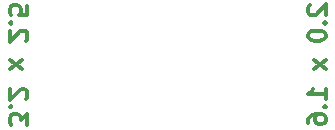
<source format=gbr>
G04 #@! TF.GenerationSoftware,KiCad,Pcbnew,(5.1.5)-3*
G04 #@! TF.CreationDate,2020-02-21T12:08:19+01:00*
G04 #@! TF.ProjectId,acmp_test_fixture,61636d70-5f74-4657-9374-5f6669787475,rev?*
G04 #@! TF.SameCoordinates,Original*
G04 #@! TF.FileFunction,Other,ECO1*
%FSLAX46Y46*%
G04 Gerber Fmt 4.6, Leading zero omitted, Abs format (unit mm)*
G04 Created by KiCad (PCBNEW (5.1.5)-3) date 2020-02-21 12:08:19*
%MOMM*%
%LPD*%
G04 APERTURE LIST*
%ADD10C,0.300000*%
G04 APERTURE END LIST*
D10*
X7171428Y20292857D02*
X7171428Y21221428D01*
X6599999Y20721428D01*
X6599999Y20935714D01*
X6528571Y21078571D01*
X6457142Y21150000D01*
X6314285Y21221428D01*
X5957142Y21221428D01*
X5814285Y21150000D01*
X5742857Y21078571D01*
X5671428Y20935714D01*
X5671428Y20507142D01*
X5742857Y20364285D01*
X5814285Y20292857D01*
X5814285Y21864285D02*
X5742857Y21935714D01*
X5671428Y21864285D01*
X5742857Y21792857D01*
X5814285Y21864285D01*
X5671428Y21864285D01*
X7028571Y22507142D02*
X7100000Y22578571D01*
X7171428Y22721428D01*
X7171428Y23078571D01*
X7100000Y23221428D01*
X7028571Y23292857D01*
X6885714Y23364285D01*
X6742857Y23364285D01*
X6528571Y23292857D01*
X5671428Y22435714D01*
X5671428Y23364285D01*
X5671428Y25007142D02*
X6671428Y25792857D01*
X6671428Y25007142D02*
X5671428Y25792857D01*
X7028571Y27435714D02*
X7100000Y27507142D01*
X7171428Y27650000D01*
X7171428Y28007142D01*
X7100000Y28150000D01*
X7028571Y28221428D01*
X6885714Y28292857D01*
X6742857Y28292857D01*
X6528571Y28221428D01*
X5671428Y27364285D01*
X5671428Y28292857D01*
X5814285Y28935714D02*
X5742857Y29007142D01*
X5671428Y28935714D01*
X5742857Y28864285D01*
X5814285Y28935714D01*
X5671428Y28935714D01*
X7171428Y30364285D02*
X7171428Y29650000D01*
X6457142Y29578571D01*
X6528571Y29650000D01*
X6600000Y29792857D01*
X6600000Y30150000D01*
X6528571Y30292857D01*
X6457142Y30364285D01*
X6314285Y30435714D01*
X5957142Y30435714D01*
X5814285Y30364285D01*
X5742857Y30292857D01*
X5671428Y30150000D01*
X5671428Y29792857D01*
X5742857Y29650000D01*
X5814285Y29578571D01*
X31071428Y30435714D02*
X31000000Y30364285D01*
X30928571Y30221428D01*
X30928571Y29864285D01*
X31000000Y29721428D01*
X31071428Y29650000D01*
X31214285Y29578571D01*
X31357142Y29578571D01*
X31571428Y29650000D01*
X32428571Y30507142D01*
X32428571Y29578571D01*
X32285714Y28935714D02*
X32357142Y28864285D01*
X32428571Y28935714D01*
X32357142Y29007142D01*
X32285714Y28935714D01*
X32428571Y28935714D01*
X30928571Y27935714D02*
X30928571Y27792857D01*
X31000000Y27650000D01*
X31071428Y27578571D01*
X31214285Y27507142D01*
X31500000Y27435714D01*
X31857142Y27435714D01*
X32142857Y27507142D01*
X32285714Y27578571D01*
X32357142Y27650000D01*
X32428571Y27792857D01*
X32428571Y27935714D01*
X32357142Y28078571D01*
X32285714Y28150000D01*
X32142857Y28221428D01*
X31857142Y28292857D01*
X31500000Y28292857D01*
X31214285Y28221428D01*
X31071428Y28150000D01*
X31000000Y28078571D01*
X30928571Y27935714D01*
X32428571Y25792857D02*
X31428571Y25007142D01*
X31428571Y25792857D02*
X32428571Y25007142D01*
X32428571Y22507142D02*
X32428571Y23364285D01*
X32428571Y22935714D02*
X30928571Y22935714D01*
X31142857Y23078571D01*
X31285714Y23221428D01*
X31357142Y23364285D01*
X32285714Y21864285D02*
X32357142Y21792857D01*
X32428571Y21864285D01*
X32357142Y21935714D01*
X32285714Y21864285D01*
X32428571Y21864285D01*
X30928571Y20507142D02*
X30928571Y20792857D01*
X31000000Y20935714D01*
X31071428Y21007142D01*
X31285714Y21150000D01*
X31571428Y21221428D01*
X32142857Y21221428D01*
X32285714Y21150000D01*
X32357142Y21078571D01*
X32428571Y20935714D01*
X32428571Y20650000D01*
X32357142Y20507142D01*
X32285714Y20435714D01*
X32142857Y20364285D01*
X31785714Y20364285D01*
X31642857Y20435714D01*
X31571428Y20507142D01*
X31500000Y20650000D01*
X31500000Y20935714D01*
X31571428Y21078571D01*
X31642857Y21150000D01*
X31785714Y21221428D01*
M02*

</source>
